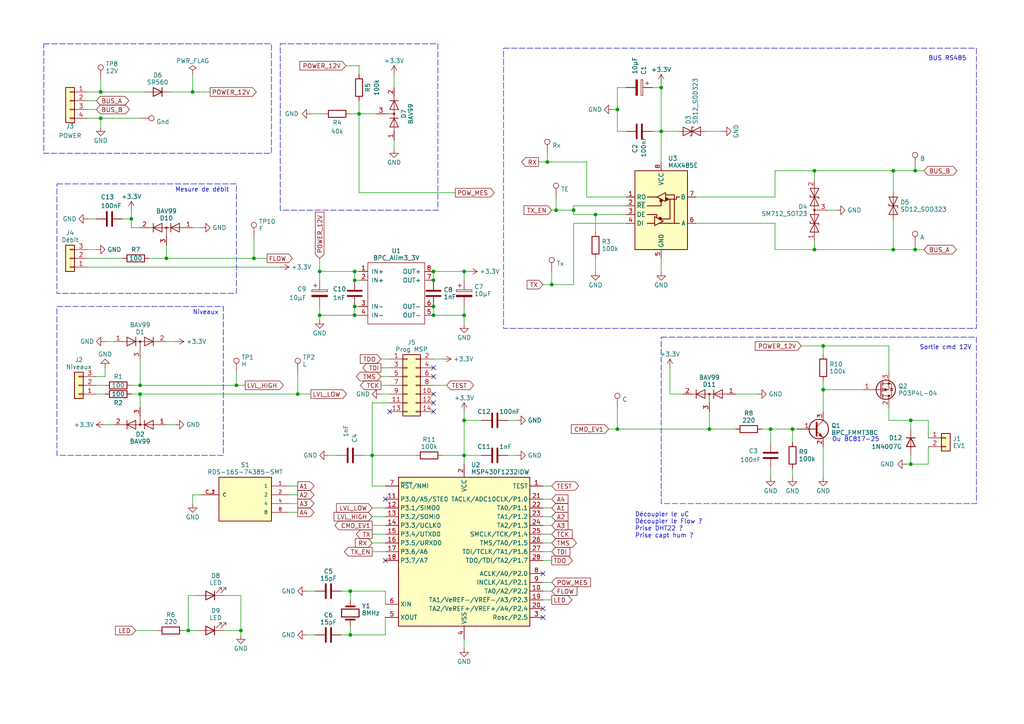
<source format=kicad_sch>
(kicad_sch (version 20230121) (generator eeschema)
  (paper "A4")
  (title_block (title "Esclave Oya MSP430") (date "2025-03-01") (rev "Rev A") (company "BPC") (comment 1 "Alim 12V - Bus RS485 - cmd EV/Pompe - Niveaux - Débit") (comment 2 "Mesure alim"))
  (junction (at 265.43 49.53))
  (junction (at 172.72 62.23))
  (junction (at 55.88 26.67))
  (junction (at 179.07 31.75))
  (junction (at 134.62 78.74))
  (junction (at 38.1 63.5))
  (junction (at 134.62 91.44))
  (junction (at 191.77 25.4))
  (junction (at 191.77 38.1))
  (junction (at 29.21 34.29))
  (junction (at 54.61 182.88))
  (junction (at 134.62 132.08))
  (junction (at 101.6 184.15))
  (junction (at 29.21 26.67))
  (junction (at 40.64 111.76))
  (junction (at 101.6 171.45))
  (junction (at 259.08 72.39))
  (junction (at 40.64 114.3))
  (junction (at 223.52 124.46))
  (junction (at 265.43 72.39))
  (junction (at 69.85 182.88))
  (junction (at 160.02 82.55))
  (junction (at 102.87 88.9))
  (junction (at 166.37 60.96))
  (junction (at 92.71 78.74))
  (junction (at 158.75 46.99))
  (junction (at 179.07 124.46))
  (junction (at 102.87 81.28))
  (junction (at 229.87 124.46))
  (junction (at 73.66 74.93))
  (junction (at 264.16 134.62))
  (junction (at 236.22 49.53))
  (junction (at 48.26 74.93))
  (junction (at 125.73 88.9))
  (junction (at 236.22 72.39))
  (junction (at 259.08 49.53))
  (junction (at 102.87 91.44))
  (junction (at 125.73 91.44))
  (junction (at 92.71 91.44))
  (junction (at 86.36 114.3))
  (junction (at 125.73 81.28))
  (junction (at 102.87 78.74))
  (junction (at 68.58 111.76))
  (junction (at 107.95 132.08))
  (junction (at 161.29 60.96))
  (junction (at 238.76 100.33))
  (junction (at 238.76 113.03))
  (junction (at 205.74 124.46))
  (junction (at 125.73 78.74))
  (junction (at 134.62 121.92))
  (junction (at 104.14 33.02))
  (junction (at 264.16 121.92))
  (no_connect (at 125.73 109.22))
  (no_connect (at 157.48 166.37))
  (no_connect (at 111.76 144.78))
  (no_connect (at 111.76 162.56))
  (no_connect (at 125.73 116.84))
  (no_connect (at 113.03 119.38))
  (no_connect (at 157.48 176.53))
  (no_connect (at 125.73 114.3))
  (no_connect (at 125.73 119.38))
  (no_connect (at 157.48 179.07))
  (no_connect (at 125.73 106.68))
  (wire (pts (xy 55.88 26.67) (xy 60.96 26.67)))
  (wire (pts (xy 157.48 162.56) (xy 160.02 162.56)))
  (wire (pts (xy 88.9 184.15) (xy 91.44 184.15)))
  (wire (pts (xy 107.95 140.97) (xy 111.76 140.97)))
  (wire (pts (xy 40.64 111.76) (xy 38.1 111.76)))
  (wire (pts (xy 54.61 172.72) (xy 57.15 172.72)))
  (wire (pts (xy 265.43 48.26) (xy 265.43 49.53)))
  (wire (pts (xy 54.61 182.88) (xy 57.15 182.88)))
  (wire (pts (xy 102.87 88.9) (xy 104.14 88.9)))
  (wire (pts (xy 35.56 63.5) (xy 38.1 63.5)))
  (wire (pts (xy 38.1 114.3) (xy 40.64 114.3)))
  (wire (pts (xy 104.14 33.02) (xy 109.22 33.02)))
  (wire (pts (xy 158.75 46.99) (xy 170.18 46.99)))
  (wire (pts (xy 25.4 77.47) (xy 81.28 77.47)))
  (wire (pts (xy 102.87 78.74) (xy 104.14 78.74)))
  (wire (pts (xy 161.29 60.96) (xy 166.37 60.96)))
  (wire (pts (xy 30.48 106.68) (xy 30.48 109.22)))
  (wire (pts (xy 179.07 31.75) (xy 179.07 25.4)))
  (wire (pts (xy 30.48 111.76) (xy 27.94 111.76)))
  (wire (pts (xy 110.49 106.68) (xy 113.03 106.68)))
  (wire (pts (xy 134.62 93.98) (xy 134.62 91.44)))
  (wire (pts (xy 134.62 121.92) (xy 139.7 121.92)))
  (wire (pts (xy 39.37 182.88) (xy 45.72 182.88)))
  (wire (pts (xy 194.31 114.3) (xy 198.12 114.3)))
  (wire (pts (xy 92.71 78.74) (xy 102.87 78.74)))
  (wire (pts (xy 55.88 66.04) (xy 58.42 66.04)))
  (wire (pts (xy 157.48 140.97) (xy 160.02 140.97)))
  (wire (pts (xy 238.76 129.54) (xy 238.76 138.43)))
  (wire (pts (xy 125.73 78.74) (xy 134.62 78.74)))
  (wire (pts (xy 25.4 26.67) (xy 29.21 26.67)))
  (wire (pts (xy 134.62 121.92) (xy 134.62 132.08)))
  (wire (pts (xy 114.3 21.59) (xy 114.3 25.4)))
  (wire (pts (xy 25.4 63.5) (xy 27.94 63.5)))
  (wire (pts (xy 104.14 55.88) (xy 132.08 55.88)))
  (wire (pts (xy 25.4 74.93) (xy 35.56 74.93)))
  (wire (pts (xy 157.48 147.32) (xy 160.02 147.32)))
  (wire (pts (xy 107.95 132.08) (xy 120.65 132.08)))
  (wire (pts (xy 157.48 144.78) (xy 160.02 144.78)))
  (wire (pts (xy 53.34 182.88) (xy 54.61 182.88)))
  (wire (pts (xy 48.26 123.19) (xy 50.8 123.19)))
  (wire (pts (xy 111.76 175.26) (xy 111.76 171.45)))
  (wire (pts (xy 191.77 38.1) (xy 196.85 38.1)))
  (wire (pts (xy 40.64 114.3) (xy 40.64 118.11)))
  (wire (pts (xy 224.79 72.39) (xy 224.79 64.77)))
  (wire (pts (xy 170.18 46.99) (xy 170.18 57.15)))
  (wire (pts (xy 29.21 36.83) (xy 29.21 34.29)))
  (wire (pts (xy 111.76 179.07) (xy 111.76 184.15)))
  (wire (pts (xy 29.21 22.86) (xy 29.21 26.67)))
  (wire (pts (xy 191.77 25.4) (xy 191.77 38.1)))
  (wire (pts (xy 238.76 100.33) (xy 238.76 102.87)))
  (wire (pts (xy 160.02 82.55) (xy 166.37 82.55)))
  (wire (pts (xy 99.06 171.45) (xy 101.6 171.45)))
  (wire (pts (xy 73.66 68.58) (xy 73.66 74.93)))
  (wire (pts (xy 265.43 72.39) (xy 267.97 72.39)))
  (wire (pts (xy 68.58 111.76) (xy 71.12 111.76)))
  (wire (pts (xy 161.29 57.15) (xy 161.29 60.96)))
  (wire (pts (xy 262.89 134.62) (xy 264.16 134.62)))
  (wire (pts (xy 189.23 38.1) (xy 191.77 38.1)))
  (wire (pts (xy 104.14 55.88) (xy 104.14 33.02)))
  (wire (pts (xy 54.61 182.88) (xy 54.61 172.72)))
  (wire (pts (xy 134.62 78.74) (xy 135.89 78.74)))
  (wire (pts (xy 125.73 88.9) (xy 125.73 91.44)))
  (wire (pts (xy 157.48 173.99) (xy 160.02 173.99)))
  (wire (pts (xy 257.81 107.95) (xy 257.81 100.33)))
  (wire (pts (xy 43.18 74.93) (xy 48.26 74.93)))
  (wire (pts (xy 259.08 72.39) (xy 265.43 72.39)))
  (wire (pts (xy 157.48 157.48) (xy 160.02 157.48)))
  (wire (pts (xy 102.87 88.9) (xy 102.87 91.44)))
  (wire (pts (xy 191.77 74.93) (xy 191.77 78.74)))
  (wire (pts (xy 104.14 29.21) (xy 104.14 33.02)))
  (wire (pts (xy 25.4 29.21) (xy 27.94 29.21)))
  (wire (pts (xy 101.6 181.61) (xy 101.6 184.15)))
  (wire (pts (xy 204.47 38.1) (xy 209.55 38.1)))
  (wire (pts (xy 88.9 171.45) (xy 91.44 171.45)))
  (wire (pts (xy 265.43 71.12) (xy 265.43 72.39)))
  (wire (pts (xy 259.08 63.5) (xy 259.08 72.39)))
  (wire (pts (xy 134.62 185.42) (xy 134.62 187.96)))
  (wire (pts (xy 181.61 38.1) (xy 179.07 38.1)))
  (wire (pts (xy 49.53 26.67) (xy 55.88 26.67)))
  (wire (pts (xy 179.07 118.11) (xy 179.07 124.46)))
  (wire (pts (xy 38.1 63.5) (xy 38.1 66.04)))
  (wire (pts (xy 110.49 111.76) (xy 113.03 111.76)))
  (wire (pts (xy 179.07 25.4) (xy 181.61 25.4)))
  (wire (pts (xy 73.66 74.93) (xy 77.47 74.93)))
  (wire (pts (xy 110.49 114.3) (xy 113.03 114.3)))
  (wire (pts (xy 157.48 171.45) (xy 160.02 171.45)))
  (wire (pts (xy 125.73 111.76) (xy 129.54 111.76)))
  (wire (pts (xy 33.02 99.06) (xy 30.48 99.06)))
  (wire (pts (xy 236.22 49.53) (xy 259.08 49.53)))
  (wire (pts (xy 223.52 135.89) (xy 223.52 138.43)))
  (wire (pts (xy 25.4 72.39) (xy 27.94 72.39)))
  (wire (pts (xy 90.17 33.02) (xy 93.98 33.02)))
  (wire (pts (xy 134.62 132.08) (xy 139.7 132.08)))
  (wire (pts (xy 160.02 78.74) (xy 160.02 82.55)))
  (wire (pts (xy 92.71 92.71) (xy 92.71 91.44)))
  (wire (pts (xy 92.71 81.28) (xy 92.71 78.74)))
  (wire (pts (xy 229.87 124.46) (xy 231.14 124.46)))
  (wire (pts (xy 27.94 114.3) (xy 30.48 114.3)))
  (wire (pts (xy 100.33 19.05) (xy 104.14 19.05)))
  (wire (pts (xy 191.77 24.13) (xy 191.77 25.4)))
  (wire (pts (xy 205.74 124.46) (xy 213.36 124.46)))
  (wire (pts (xy 269.24 127) (xy 269.24 121.92)))
  (wire (pts (xy 238.76 113.03) (xy 250.19 113.03)))
  (wire (pts (xy 48.26 71.12) (xy 48.26 74.93)))
  (wire (pts (xy 99.06 184.15) (xy 101.6 184.15)))
  (wire (pts (xy 107.95 132.08) (xy 107.95 140.97)))
  (wire (pts (xy 38.1 66.04) (xy 40.64 66.04)))
  (wire (pts (xy 269.24 129.54) (xy 269.24 134.62)))
  (wire (pts (xy 166.37 59.69) (xy 166.37 60.96)))
  (wire (pts (xy 105.41 132.08) (xy 107.95 132.08)))
  (wire (pts (xy 236.22 49.53) (xy 236.22 52.07)))
  (wire (pts (xy 86.36 114.3) (xy 90.17 114.3)))
  (wire (pts (xy 201.93 64.77) (xy 224.79 64.77)))
  (wire (pts (xy 40.64 111.76) (xy 68.58 111.76)))
  (wire (pts (xy 179.07 124.46) (xy 205.74 124.46)))
  (wire (pts (xy 107.95 160.02) (xy 111.76 160.02)))
  (wire (pts (xy 177.8 31.75) (xy 179.07 31.75)))
  (wire (pts (xy 68.58 107.95) (xy 68.58 111.76)))
  (wire (pts (xy 172.72 74.93) (xy 172.72 78.74)))
  (wire (pts (xy 229.87 135.89) (xy 229.87 138.43)))
  (wire (pts (xy 69.85 172.72) (xy 69.85 182.88)))
  (wire (pts (xy 55.88 21.59) (xy 55.88 26.67)))
  (wire (pts (xy 125.73 104.14) (xy 128.27 104.14)))
  (wire (pts (xy 201.93 57.15) (xy 224.79 57.15)))
  (wire (pts (xy 259.08 49.53) (xy 259.08 55.88)))
  (wire (pts (xy 236.22 72.39) (xy 224.79 72.39)))
  (wire (pts (xy 40.64 104.14) (xy 40.64 111.76)))
  (wire (pts (xy 166.37 62.23) (xy 172.72 62.23)))
  (wire (pts (xy 134.62 119.38) (xy 134.62 121.92)))
  (wire (pts (xy 107.95 147.32) (xy 111.76 147.32)))
  (wire (pts (xy 147.32 132.08) (xy 149.86 132.08)))
  (wire (pts (xy 259.08 49.53) (xy 265.43 49.53)))
  (wire (pts (xy 30.48 109.22) (xy 27.94 109.22)))
  (wire (pts (xy 134.62 88.9) (xy 134.62 91.44)))
  (wire (pts (xy 110.49 104.14) (xy 113.03 104.14)))
  (wire (pts (xy 157.48 160.02) (xy 160.02 160.02)))
  (wire (pts (xy 176.53 124.46) (xy 179.07 124.46)))
  (wire (pts (xy 238.76 110.49) (xy 238.76 113.03)))
  (wire (pts (xy 107.95 149.86) (xy 111.76 149.86)))
  (wire (pts (xy 25.4 31.75) (xy 27.94 31.75)))
  (wire (pts (xy 128.27 132.08) (xy 134.62 132.08)))
  (wire (pts (xy 223.52 124.46) (xy 223.52 128.27)))
  (wire (pts (xy 264.16 121.92) (xy 264.16 124.46)))
  (wire (pts (xy 40.64 114.3) (xy 86.36 114.3)))
  (wire (pts (xy 30.48 123.19) (xy 33.02 123.19)))
  (wire (pts (xy 224.79 57.15) (xy 224.79 49.53)))
  (wire (pts (xy 213.36 114.3) (xy 219.71 114.3)))
  (wire (pts (xy 157.48 154.94) (xy 160.02 154.94)))
  (wire (pts (xy 166.37 59.69) (xy 181.61 59.69)))
  (wire (pts (xy 160.02 60.96) (xy 161.29 60.96)))
  (wire (pts (xy 102.87 91.44) (xy 104.14 91.44)))
  (wire (pts (xy 240.03 60.96) (xy 242.57 60.96)))
  (wire (pts (xy 50.8 99.06) (xy 48.26 99.06)))
  (wire (pts (xy 92.71 91.44) (xy 92.71 88.9)))
  (wire (pts (xy 166.37 64.77) (xy 181.61 64.77)))
  (wire (pts (xy 107.95 154.94) (xy 111.76 154.94)))
  (wire (pts (xy 147.32 121.92) (xy 149.86 121.92)))
  (wire (pts (xy 224.79 49.53) (xy 236.22 49.53)))
  (wire (pts (xy 189.23 25.4) (xy 191.77 25.4)))
  (wire (pts (xy 194.31 106.68) (xy 194.31 114.3)))
  (wire (pts (xy 229.87 124.46) (xy 229.87 128.27)))
  (wire (pts (xy 157.48 149.86) (xy 160.02 149.86)))
  (wire (pts (xy 238.76 100.33) (xy 257.81 100.33)))
  (wire (pts (xy 157.48 168.91) (xy 160.02 168.91)))
  (wire (pts (xy 265.43 49.53) (xy 267.97 49.53)))
  (wire (pts (xy 257.81 118.11) (xy 257.81 121.92)))
  (wire (pts (xy 264.16 132.08) (xy 264.16 134.62)))
  (wire (pts (xy 58.42 143.51) (xy 55.88 143.51)))
  (wire (pts (xy 156.21 46.99) (xy 158.75 46.99)))
  (wire (pts (xy 55.88 143.51) (xy 55.88 146.05)))
  (wire (pts (xy 172.72 62.23) (xy 181.61 62.23)))
  (wire (pts (xy 114.3 40.64) (xy 114.3 43.18)))
  (wire (pts (xy 83.82 146.05) (xy 86.36 146.05)))
  (wire (pts (xy 64.77 182.88) (xy 69.85 182.88)))
  (wire (pts (xy 104.14 19.05) (xy 104.14 21.59)))
  (wire (pts (xy 38.1 60.96) (xy 38.1 63.5)))
  (wire (pts (xy 158.75 44.45) (xy 158.75 46.99)))
  (wire (pts (xy 125.73 78.74) (xy 125.73 81.28)))
  (wire (pts (xy 92.71 74.93) (xy 92.71 78.74)))
  (wire (pts (xy 269.24 121.92) (xy 264.16 121.92)))
  (wire (pts (xy 172.72 62.23) (xy 172.72 67.31)))
  (wire (pts (xy 83.82 140.97) (xy 86.36 140.97)))
  (wire (pts (xy 83.82 148.59) (xy 86.36 148.59)))
  (wire (pts (xy 264.16 121.92) (xy 257.81 121.92)))
  (wire (pts (xy 264.16 134.62) (xy 269.24 134.62)))
  (wire (pts (xy 125.73 91.44) (xy 134.62 91.44)))
  (wire (pts (xy 29.21 26.67) (xy 41.91 26.67)))
  (wire (pts (xy 29.21 34.29) (xy 25.4 34.29)))
  (wire (pts (xy 107.95 116.84) (xy 107.95 132.08)))
  (wire (pts (xy 110.49 109.22) (xy 113.03 109.22)))
  (wire (pts (xy 64.77 172.72) (xy 69.85 172.72)))
  (wire (pts (xy 107.95 116.84) (xy 113.03 116.84)))
  (wire (pts (xy 86.36 107.95) (xy 86.36 114.3)))
  (wire (pts (xy 223.52 124.46) (xy 229.87 124.46)))
  (wire (pts (xy 69.85 182.88) (xy 69.85 184.15)))
  (wire (pts (xy 102.87 78.74) (xy 102.87 81.28)))
  (wire (pts (xy 157.48 82.55) (xy 160.02 82.55)))
  (wire (pts (xy 83.82 143.51) (xy 86.36 143.51)))
  (wire (pts (xy 166.37 60.96) (xy 166.37 62.23)))
  (wire (pts (xy 191.77 38.1) (xy 191.77 46.99)))
  (wire (pts (xy 95.25 132.08) (xy 97.79 132.08)))
  (wire (pts (xy 166.37 82.55) (xy 166.37 64.77)))
  (wire (pts (xy 134.62 78.74) (xy 134.62 81.28)))
  (wire (pts (xy 101.6 171.45) (xy 101.6 173.99)))
  (wire (pts (xy 107.95 157.48) (xy 111.76 157.48)))
  (wire (pts (xy 238.76 113.03) (xy 238.76 119.38)))
  (wire (pts (xy 92.71 91.44) (xy 102.87 91.44)))
  (wire (pts (xy 48.26 74.93) (xy 73.66 74.93)))
  (wire (pts (xy 179.07 38.1) (xy 179.07 31.75)))
  (wire (pts (xy 134.62 132.08) (xy 134.62 134.62)))
  (wire (pts (xy 40.64 34.29) (xy 29.21 34.29)))
  (wire (pts (xy 205.74 119.38) (xy 205.74 124.46)))
  (wire (pts (xy 236.22 69.85) (xy 236.22 72.39)))
  (wire (pts (xy 232.41 100.33) (xy 238.76 100.33)))
  (wire (pts (xy 102.87 81.28) (xy 104.14 81.28)))
  (wire (pts (xy 181.61 57.15) (xy 170.18 57.15)))
  (wire (pts (xy 101.6 33.02) (xy 104.14 33.02)))
  (wire (pts (xy 111.76 171.45) (xy 101.6 171.45)))
  (wire (pts (xy 157.48 152.4) (xy 160.02 152.4)))
  (wire (pts (xy 236.22 72.39) (xy 259.08 72.39)))
  (wire (pts (xy 107.95 152.4) (xy 111.76 152.4)))
  (wire (pts (xy 101.6 184.15) (xy 111.76 184.15)))
  (wire (pts (xy 220.98 124.46) (xy 223.52 124.46)))
  (rectangle (start 191.77 97.79) (end 283.21 146.05) (stroke (width 0) (type dash)))
  (rectangle (start 16.51 88.9) (end 64.77 132.08) (stroke (width 0) (type dash)))
  (rectangle (start 146.05 13.97) (end 283.21 95.25) (stroke (width 0) (type dash)))
  (rectangle (start 12.7 12.7) (end 78.74 44.45) (stroke (width 0) (type dash)))
  (rectangle (start 81.28 12.7) (end 127 60.96) (stroke (width 0) (type dash)))
  (rectangle (start 16.51 53.34) (end 68.58 85.09) (stroke (width 0) (type dash)))
  (text "BUS RS485" (at 269.24 17.78 0) (effects (font (size 1.27 1.27)) (justify left bottom)))
  (text "Sortie cmd 12V" (at 266.7 101.6 0) (effects (font (size 1.27 1.27)) (justify left bottom)))
  (text "Mesure de débit" (at 50.8 55.88 0) (effects (font (size 1.27 1.27)) (justify left bottom)))
  (text "Ou BC817-25" (at 241.3 128.27 0) (effects (font (size 1.27 1.27)) (justify left bottom)))
  (text "Niveaux" (at 55.88 91.44 0) (effects (font (size 1.27 1.27)) (justify left bottom)))
  (text "Découpler le uC\nDécoupler le Flow ?\nPrise DHT22 ?\nPrise capt hum ?" (at 184.15 156.21 0) (effects (font (size 1.27 1.27)) (justify left bottom)))
  (global_label "LED" (shape output) (at 160.02 173.99 0) (property "Intersheetrefs" "${INTERSHEET_REFS}" (effects hide)))
  (global_label "FLOW" (shape output) (at 77.47 74.93 0) (property "Intersheetrefs" "${INTERSHEET_REFS}" (effects hide)))
  (global_label "A1" (shape output) (at 86.36 140.97 0) (property "Intersheetrefs" "${INTERSHEET_REFS}" (effects hide)))
  (global_label "BUS_B" (shape tri_state) (at 27.94 31.75 0) (property "Intersheetrefs" "${INTERSHEET_REFS}" (effects hide)))
  (global_label "BUS_B" (shape tri_state) (at 267.97 49.53 0) (property "Intersheetrefs" "${INTERSHEET_REFS}" (effects hide)))
  (global_label "POWER_12V" (shape input) (at 100.33 19.05 180) (property "Intersheetrefs" "${INTERSHEET_REFS}" (effects hide)))
  (global_label "FLOW" (shape input) (at 160.02 171.45 0) (property "Intersheetrefs" "${INTERSHEET_REFS}" (effects hide)))
  (global_label "LVL_LOW" (shape input) (at 107.95 147.32 180) (property "Intersheetrefs" "${INTERSHEET_REFS}" (effects hide)))
  (global_label "CMD_EV1" (shape input) (at 176.53 124.46 180) (property "Intersheetrefs" "${INTERSHEET_REFS}" (effects hide)))
  (global_label "BUS_A" (shape tri_state) (at 267.97 72.39 0) (property "Intersheetrefs" "${INTERSHEET_REFS}" (effects hide)))
  (global_label "TX_EN" (shape output) (at 107.95 160.02 180) (property "Intersheetrefs" "${INTERSHEET_REFS}" (effects hide)))
  (global_label "A2" (shape output) (at 86.36 143.51 0) (property "Intersheetrefs" "${INTERSHEET_REFS}" (effects hide)))
  (global_label "TDO" (shape input) (at 110.49 104.14 180) (property "Intersheetrefs" "${INTERSHEET_REFS}" (effects hide)))
  (global_label "TMS" (shape bidirectional) (at 110.49 109.22 180) (property "Intersheetrefs" "${INTERSHEET_REFS}" (effects hide)))
  (global_label "TDI" (shape output) (at 110.49 106.68 180) (property "Intersheetrefs" "${INTERSHEET_REFS}" (effects hide)))
  (global_label "A3" (shape input) (at 160.02 152.4 0) (property "Intersheetrefs" "${INTERSHEET_REFS}" (effects hide)))
  (global_label "TEST" (shape bidirectional) (at 160.02 140.97 0) (property "Intersheetrefs" "${INTERSHEET_REFS}" (effects hide)))
  (global_label "POW_MES" (shape output) (at 132.08 55.88 0) (property "Intersheetrefs" "${INTERSHEET_REFS}" (effects hide)))
  (global_label "TCK" (shape output) (at 110.49 111.76 180) (property "Intersheetrefs" "${INTERSHEET_REFS}" (effects hide)))
  (global_label "LVL_HIGH" (shape input) (at 107.95 149.86 180) (property "Intersheetrefs" "${INTERSHEET_REFS}" (effects hide)))
  (global_label "BUS_A" (shape tri_state) (at 27.94 29.21 0) (property "Intersheetrefs" "${INTERSHEET_REFS}" (effects hide)))
  (global_label "POWER_12V" (shape input) (at 92.71 74.93 90) (property "Intersheetrefs" "${INTERSHEET_REFS}" (effects hide)))
  (global_label "TMS" (shape bidirectional) (at 160.02 157.48 0) (property "Intersheetrefs" "${INTERSHEET_REFS}" (effects hide)))
  (global_label "TDI" (shape input) (at 160.02 160.02 0) (property "Intersheetrefs" "${INTERSHEET_REFS}" (effects hide)))
  (global_label "TEST" (shape bidirectional) (at 129.54 111.76 0) (property "Intersheetrefs" "${INTERSHEET_REFS}" (effects hide)))
  (global_label "RX" (shape output) (at 156.21 46.99 180) (property "Intersheetrefs" "${INTERSHEET_REFS}" (effects hide)))
  (global_label "POW_MES" (shape input) (at 160.02 168.91 0) (property "Intersheetrefs" "${INTERSHEET_REFS}" (effects hide)))
  (global_label "TX" (shape output) (at 107.95 154.94 180) (property "Intersheetrefs" "${INTERSHEET_REFS}" (effects hide)))
  (global_label "TDO" (shape output) (at 160.02 162.56 0) (property "Intersheetrefs" "${INTERSHEET_REFS}" (effects hide)))
  (global_label "A1" (shape input) (at 160.02 147.32 0) (property "Intersheetrefs" "${INTERSHEET_REFS}" (effects hide)))
  (global_label "POWER_12V" (shape output) (at 60.96 26.67 0) (property "Intersheetrefs" "${INTERSHEET_REFS}" (effects hide)))
  (global_label "A2" (shape input) (at 160.02 149.86 0) (property "Intersheetrefs" "${INTERSHEET_REFS}" (effects hide)))
  (global_label "RX" (shape input) (at 107.95 157.48 180) (property "Intersheetrefs" "${INTERSHEET_REFS}" (effects hide)))
  (global_label "LVL_LOW" (shape output) (at 90.17 114.3 0) (property "Intersheetrefs" "${INTERSHEET_REFS}" (effects hide)))
  (global_label "TX_EN" (shape input) (at 160.02 60.96 180) (property "Intersheetrefs" "${INTERSHEET_REFS}" (effects hide)))
  (global_label "TX" (shape input) (at 157.48 82.55 180) (property "Intersheetrefs" "${INTERSHEET_REFS}" (effects hide)))
  (global_label "CMD_EV1" (shape output) (at 107.95 152.4 180) (property "Intersheetrefs" "${INTERSHEET_REFS}" (effects hide)))
  (global_label "LED" (shape input) (at 39.37 182.88 180) (property "Intersheetrefs" "${INTERSHEET_REFS}" (effects hide)))
  (global_label "A3" (shape output) (at 86.36 146.05 0) (property "Intersheetrefs" "${INTERSHEET_REFS}" (effects hide)))
  (global_label "A4" (shape input) (at 160.02 144.78 0) (property "Intersheetrefs" "${INTERSHEET_REFS}" (effects hide)))
  (global_label "TCK" (shape input) (at 160.02 154.94 0) (property "Intersheetrefs" "${INTERSHEET_REFS}" (effects hide)))
  (global_label "A4" (shape output) (at 86.36 148.59 0) (property "Intersheetrefs" "${INTERSHEET_REFS}" (effects hide)))
  (global_label "POWER_12V" (shape input) (at 232.41 100.33 180) (property "Intersheetrefs" "${INTERSHEET_REFS}" (effects hide)))
  (global_label "LVL_HIGH" (shape output) (at 71.12 111.76 0) (property "Intersheetrefs" "${INTERSHEET_REFS}" (effects hide)))
  (symbol (lib_id "Diode:BAV99") (at 205.74 114.3 0) (mirror y) (unit 1)
    (property "Reference" "D11" (at 205.74 111.5234 0))
    (property "Value" "BAV99" (at 205.74 109.4754 0))
    (property "Footprint" "Package_TO_SOT_SMD:SOT-23" (effects hide))
    (property "Datasheet" "https://assets.nexperia.com/documents/data-sheet/BAV99_SER.pdf" (effects hide))
    (property "RefFabricant" "BAV99" (effects hide))
    (property "RefFournisseur" "2675152" (effects hide))
    (property "Fabricant" "MULTICOMP PRO" (effects hide))
    (property "Fournisseur" "Farnell" (effects hide))
    (property "Description" "Diodes signaux faibles" (effects hide))
    (property "Price" "0,0994" (effects hide))
  )
  (symbol (lib_id "bpc:BPC_PROG_MSP") (at 118.11 111.76 0) (unit 1)
    (property "Reference" "J5" (at 119.38 99.29 0))
    (property "Value" "Prog MSP" (at 119.38 101.338 0))
    (property "Footprint" "bpc:BPC_PROG_MSP" (effects hide))
  )
  (symbol (lib_id "bpc:BPC_RDS-16S-74385-SMT") (at 71.12 143.51 0) (unit 1)
    (property "Reference" "S1" (at 71.12 134.85 0))
    (property "Value" "RDS-16S-74385-SMT" (at 71.12 136.898 0))
    (property "Footprint" "bpc:BPC_RDS-16S-74385-SMT" (effects hide))
    (property "MF" "CUI Devices" (effects hide))
    (property "MAXIMUM_PACKAGE_HEIGHT" "8.35mm" (effects hide))
    (property "Package" "None" (effects hide))
    (property "Price" "2,76" (effects hide))
    (property "Check_prices" "https://www.snapeda.com/parts/RDS-16S-74385-SMT/CUI+Devices/view-part/?ref=eda" (effects hide))
    (property "STANDARD" "Manufacturer Recommendations" (effects hide))
    (property "PARTREV" "1.0" (effects hide))
    (property "SnapEDA_Link" "https://www.snapeda.com/parts/RDS-16S-74385-SMT/CUI+Devices/view-part/?ref=snap" (effects hide))
    (property "MP" "RDS-16S-74385-SMT" (effects hide))
    (property "Description" "Switch rotatif 16 positions" (effects hide))
    (property "CUI_purchase_URL" "https://www.cuidevices.com/product/switches/dip-switches/rds-16s-74385-smt?utm_source=snapeda.com&utm_medium=referral&utm_campaign=snapedaBOM" (effects hide))
    (property "Availability" "In Stock" (effects hide))
    (property "MANUFACTURER" "CUI Devices" (effects hide))
    (property "RefFabricant" "RDS-16S-74385-SMT-TR" (effects hide))
    (property "Fabricant" "CUI Devices" (effects hide))
    (property "Purchase-URL" "https://www.digikey.at/en/products/detail/cui-devices/RDS-16S-74385-SMT-TR/13530571" (effects hide))
    (property "Fournisseur" "Digikey" (effects hide))
  )
  (symbol (lib_id "power:GND") (at 69.85 184.15 0) (unit 1)
    (property "Reference" "#PWR017" (effects hide))
    (property "Value" "GND" (at 69.85 188.095 0))
  )
  (symbol (lib_id "bpc:BPC_FMMT38C") (at 236.22 124.46 0) (unit 1)
    (property "Reference" "Q1" (at 241.0714 123.436 0) (effects (justify left)))
    (property "Value" "BPC_FMMT38C" (at 241.0714 125.484 0) (effects (justify left)))
    (property "Footprint" "bpc:BPC_SOT-23-3" (effects hide))
    (property "RefFabricant" "FMMT38C" (effects hide))
    (property "RefFournisseur" "9526315" (effects hide))
    (property "Fabricant" "DIODES" (effects hide))
    (property "Fournisseur" "Farnell" (effects hide))
    (property "Description" "Transistor NPN" (effects hide))
    (property "Price" "1,1844" (effects hide))
  )
  (symbol (lib_id "power:GND") (at 229.87 138.43 0) (unit 1)
    (property "Reference" "#PWR030" (effects hide))
    (property "Value" "GND" (at 229.87 142.375 0))
  )
  (symbol (lib_id "Device:R") (at 104.14 25.4 180) (unit 1)
    (property "Reference" "R5" (at 106.68 25.4 90))
    (property "Value" "100k" (at 109.22 25.4 90))
    (property "Footprint" "Resistor_SMD:R_0805_2012Metric_Pad1.20x1.40mm_HandSolder" (effects hide))
    (property "RefFabricant" "MCHVR05JTEW1003" (effects hide))
    (property "RefFournisseur" "2826073" (effects hide))
    (property "Fabricant" "MULTICOMP PRO" (effects hide))
    (property "Fournisseur" "Farnell" (effects hide))
    (property "Description" "Résistance 100 kOhms" (effects hide))
    (property "Price" "0,0522" (effects hide))
  )
  (symbol (lib_id "Device:LED") (at 60.96 182.88 180) (unit 1)
    (property "Reference" "D9" (at 62.5475 177.141 0))
    (property "Value" "LED" (at 62.5475 179.189 0))
    (property "Footprint" "LED_SMD:LED_0805_2012Metric_Pad1.15x1.40mm_HandSolder" (effects hide))
    (property "RefFabricant" "SML-D14VWT86C" (effects hide))
    (property "RefFournisseur" "2829438" (effects hide))
    (property "Fabricant" "ROHM" (effects hide))
    (property "Fournisseur" "Farnell" (effects hide))
    (property "Description" "LED rouge 805" (effects hide))
    (property "Price" "0,4992" (effects hide))
  )
  (symbol (lib_id "Device:C") (at 223.52 132.08 0) (unit 1)
    (property "Reference" "C3" (at 217.17 130.81 0) (effects (justify left)))
    (property "Value" "100nF" (at 214.63 133.35 0) (effects (justify left)))
    (property "Footprint" "Capacitor_SMD:C_0805_2012Metric" (effects hide))
    (property "RefFabricant" "C0603C104K1RACTU" (effects hide))
    (property "RefFournisseur" "4199453" (effects hide))
    (property "Fabricant" "KEMET" (effects hide))
    (property "Fournisseur" "Farnell" (effects hide))
    (property "Description" "Condensateur céramique 100nF" (effects hide))
    (property "Price" "0,42" (effects hide))
  )
  (symbol (lib_id "Connector:TestPoint") (at 73.66 68.58 0) (unit 1)
    (property "Reference" "TP10" (at 75.057 64.254 0) (effects (justify left)))
    (property "Value" "F" (at 75.057 66.302 0) (effects (justify left)))
    (property "Footprint" "TestPoint:TestPoint_Pad_D1.0mm" (effects hide))
    (property "Price" "0" (effects hide))
  )
  (symbol (lib_id "bpc:BPC_Alim3_3V") (at 106.68 78.74 0) (unit 1)
    (property "Reference" "U1" (at 114.935 72.747 0))
    (property "Value" "BPC_Alim3_3V" (at 114.935 74.795 0))
    (property "Footprint" "bpc:BPC_Alim3_3V" (effects hide))
  )
  (symbol (lib_id "power:GND") (at 114.3 43.18 0) (unit 1)
    (property "Reference" "#PWR016" (effects hide))
    (property "Value" "GND" (at 114.3 47.125 0))
  )
  (symbol (lib_id "Diode:BAV99") (at 48.26 66.04 0) (mirror y) (unit 1)
    (property "Reference" "D10" (at 48.26 63.2634 0))
    (property "Value" "BAV99" (at 48.26 61.2154 0))
    (property "Footprint" "Package_TO_SOT_SMD:SOT-23" (effects hide))
    (property "Datasheet" "https://assets.nexperia.com/documents/data-sheet/BAV99_SER.pdf" (effects hide))
    (property "RefFabricant" "BAV99" (effects hide))
    (property "RefFournisseur" "2675152" (effects hide))
    (property "Fabricant" "MULTICOMP PRO" (effects hide))
    (property "Fournisseur" "Farnell" (effects hide))
    (property "Description" "Diodes signaux faibles" (effects hide))
    (property "Price" "0,0994" (effects hide))
  )
  (symbol (lib_id "power:PWR_FLAG") (at 55.88 21.59 0) (unit 1)
    (property "Reference" "#FLG02" (effects hide))
    (property "Value" "PWR_FLAG" (at 55.88 17.645 0))
  )
  (symbol (lib_id "power:GND") (at 29.21 36.83 0) (unit 1)
    (property "Reference" "#PWR013" (effects hide))
    (property "Value" "GND" (at 29.21 40.775 0))
  )
  (symbol (lib_id "Device:R") (at 238.76 106.68 0) (unit 1)
    (property "Reference" "R10" (at 240.538 105.656 0) (effects (justify left)))
    (property "Value" "100k" (at 240.538 107.704 0) (effects (justify left)))
    (property "Footprint" "Resistor_SMD:R_0805_2012Metric_Pad1.20x1.40mm_HandSolder" (effects hide))
    (property "RefFabricant" "MCHVR05JTEW1003" (effects hide))
    (property "RefFournisseur" "2826073" (effects hide))
    (property "Fabricant" "MULTICOMP PRO" (effects hide))
    (property "Fournisseur" "Farnell" (effects hide))
    (property "Description" "Résistance 100 kOhms" (effects hide))
    (property "Price" "0,0522" (effects hide))
  )
  (symbol (lib_id "power:GND") (at 238.76 138.43 0) (unit 1)
    (property "Reference" "#PWR031" (effects hide))
    (property "Value" "GND" (at 238.76 142.375 0))
  )
  (symbol (lib_id "power:GND") (at 242.57 60.96 90) (unit 1)
    (property "Reference" "#PWR012" (effects hide))
    (property "Value" "GND" (at 245.745 60.96 90) (effects (justify right)))
  )
  (symbol (lib_id "Device:C") (at 143.51 121.92 270) (unit 1)
    (property "Reference" "C12" (at 138.43 119.38 90) (effects (justify left)))
    (property "Value" "100nF" (at 144.78 119.38 90) (effects (justify left)))
    (property "Footprint" "Capacitor_SMD:C_0805_2012Metric" (effects hide))
    (property "RefFabricant" "C0603C104K1RACTU" (effects hide))
    (property "RefFournisseur" "4199453" (effects hide))
    (property "Fabricant" "KEMET" (effects hide))
    (property "Fournisseur" "Farnell" (effects hide))
    (property "Description" "Condensateur céramique 100nF" (effects hide))
    (property "Price" "0,42" (effects hide))
  )
  (symbol (lib_id "Device:D") (at 45.72 26.67 180) (unit 1)
    (property "Reference" "D6" (at 45.72 21.82 0))
    (property "Value" "SR560" (at 45.72 23.868 0))
    (property "Footprint" "Diode_THT:D_DO-15_P12.70mm_Horizontal" (effects hide))
    (property "Sim.Device" "D" (effects hide))
    (property "Sim.Pins" "1=K 2=A" (effects hide))
    (property "RefFabricant" "SR560" (effects hide))
    (property "RefFournisseur" "2675411" (effects hide))
    (property "Fabricant" "MULTICOMP PRO" (effects hide))
    (property "Fournisseur" "Farnell" (effects hide))
    (property "Description" "Diode de redressement SR560" (effects hide))
    (property "Price" "0,5844" (effects hide))
  )
  (symbol (lib_id "power:GND") (at 177.8 31.75 270) (unit 1)
    (property "Reference" "#PWR07" (effects hide))
    (property "Value" "GND" (at 174.6251 31.75 90) (effects (justify right)))
  )
  (symbol (lib_id "Diode:BAV99") (at 40.64 123.19 180) (unit 1)
    (property "Reference" "D2" (at 40.64 125.9666 0))
    (property "Value" "BAV99" (at 40.64 128.0146 0))
    (property "Footprint" "Package_TO_SOT_SMD:SOT-23" (effects hide))
    (property "Datasheet" "https://assets.nexperia.com/documents/data-sheet/BAV99_SER.pdf" (effects hide))
    (property "RefFabricant" "BAV99" (effects hide))
    (property "RefFournisseur" "2675152" (effects hide))
    (property "Fabricant" "MULTICOMP PRO" (effects hide))
    (property "Fournisseur" "Farnell" (effects hide))
    (property "Description" "Diodes signaux faibles" (effects hide))
    (property "Price" "0,0994" (effects hide))
  )
  (symbol (lib_id "power:GND") (at 262.89 134.62 270) (unit 1)
    (property "Reference" "#PWR032" (effects hide))
    (property "Value" "GND" (at 255.27 134.62 90) (effects (justify left)))
  )
  (symbol (lib_id "power:GND") (at 110.49 114.3 270) (unit 1)
    (property "Reference" "#PWR034" (effects hide))
    (property "Value" "GND" (at 107.3151 114.3 90) (effects (justify right)))
  )
  (symbol (lib_id "Device:C") (at 125.73 85.09 0) (unit 1)
    (property "Reference" "C8" (at 128.651 84.066 0) (effects (justify left)))
    (property "Value" "1nF" (at 128.651 86.114 0) (effects (justify left)))
    (property "Footprint" "Capacitor_SMD:C_0603_1608Metric" (effects hide))
    (property "RefFabricant" "C0603X102J5GACAUTO" (effects hide))
    (property "RefFournisseur" "2219417" (effects hide))
    (property "Fabricant" "KEMET" (effects hide))
    (property "Fournisseur" "Farnell" (effects hide))
    (property "Description" "Condensateur céramique 1nF" (effects hide))
    (property "Price" "0,42" (effects hide))
  )
  (symbol (lib_id "power:+3.3V") (at 50.8 99.06 270) (unit 1)
    (property "Reference" "#PWR04" (effects hide))
    (property "Value" "+3.3V" (at 53.975 99.06 90) (effects (justify left)))
  )
  (symbol (lib_id "power:GND") (at 50.8 123.19 90) (unit 1)
    (property "Reference" "#PWR05" (effects hide))
    (property "Value" "GND" (at 53.975 123.19 90) (effects (justify right)))
  )
  (symbol (lib_id "Diode:SD12_SOD323") (at 259.08 59.69 90) (unit 1)
    (property "Reference" "D5" (at 261.0866 58.666 90) (effects (justify right)))
    (property "Value" "SD12_SOD323" (at 261.0866 60.714 90) (effects (justify right)))
    (property "Footprint" "Diode_SMD:D_SOD-323" (effects hide))
    (property "Datasheet" "https://www.littelfuse.com/~/media/electronics/datasheets/tvs_diode_arrays/littelfuse_tvs_diode_array_sd_c_datasheet.pdf.pdf" (effects hide))
    (property "RefFabricant" "SD12-7" (effects hide))
    (property "RefFournisseur" "3945781RL" (effects hide))
    (property "Fabricant" "DIODES INC" (effects hide))
    (property "Fournisseur" "Farnell" (effects hide))
    (property "Description" "Diodes TVS simples" (effects hide))
    (property "Price" "0,1272" (effects hide))
  )
  (symbol (lib_id "Device:R") (at 34.29 114.3 90) (unit 1)
    (property "Reference" "R2" (at 34.29 116.84 90))
    (property "Value" "100" (at 34.29 114.3 90))
    (property "Footprint" "Resistor_SMD:R_0805_2012Metric_Pad1.20x1.40mm_HandSolder" (effects hide))
    (property "RefFabricant" "CRCW0805100RFKTA" (effects hide))
    (property "RefFournisseur" "1652906" (effects hide))
    (property "Fabricant" "VISHAY" (effects hide))
    (property "Fournisseur" "Farnell" (effects hide))
    (property "Description" "Résistance 100 Ohms" (effects hide))
    (property "Price" "0,0522" (effects hide))
  )
  (symbol (lib_id "power:GND") (at 149.86 121.92 90) (unit 1)
    (property "Reference" "#PWR036" (effects hide))
    (property "Value" "GND" (at 153.035 121.92 90) (effects (justify right)))
  )
  (symbol (lib_id "power:GND") (at 25.4 63.5 270) (unit 1)
    (property "Reference" "#PWR040" (effects hide))
    (property "Value" "GND" (at 22.2251 63.5 90) (effects (justify right)))
  )
  (symbol (lib_id "power:+3.3V") (at 30.48 123.19 90) (unit 1)
    (property "Reference" "#PWR03" (effects hide))
    (property "Value" "+3.3V" (at 27.305 123.19 90) (effects (justify left)))
  )
  (symbol (lib_id "power:GND") (at 27.94 72.39 90) (unit 1)
    (property "Reference" "#PWR019" (effects hide))
    (property "Value" "GND" (at 31.115 72.39 90) (effects (justify right)))
  )
  (symbol (lib_id "Device:R") (at 39.37 74.93 90) (unit 1)
    (property "Reference" "R7" (at 39.37 72.39 90))
    (property "Value" "100" (at 39.37 74.93 90))
    (property "Footprint" "Resistor_SMD:R_0805_2012Metric_Pad1.20x1.40mm_HandSolder" (effects hide))
    (property "RefFabricant" "CRCW0805100RFKTA" (effects hide))
    (property "RefFournisseur" "1652906" (effects hide))
    (property "Fabricant" "VISHAY" (effects hide))
    (property "Fournisseur" "Farnell" (effects hide))
    (property "Description" "Résistance 100 Ohms" (effects hide))
    (property "Price" "0,0522" (effects hide))
  )
  (symbol (lib_id "Device:D") (at 264.16 128.27 270) (unit 1)
    (property "Reference" "D12" (at 257.81 127 90) (effects (justify left)))
    (property "Value" "1N4007G" (at 252.73 129.54 90) (effects (justify left)))
    (property "Footprint" "Diode_THT:D_A-405_P5.08mm_Vertical_KathodeUp" (effects hide))
    (property "Sim.Device" "D" (effects hide))
    (property "Sim.Pins" "1=K 2=A" (effects hide))
    (property "RefFabricant" "1N4007G" (effects hide))
    (property "RefFournisseur" "2675047" (effects hide))
    (property "Fabricant" "MULTICOMP PRO" (effects hide))
    (property "Fournisseur" "Farnell" (effects hide))
    (property "Description" "Diode de redressement" (effects hide))
    (property "Price" "0,1272" (effects hide))
  )
  (symbol (lib_id "Connector:TestPoint") (at 160.02 78.74 0) (unit 1)
    (property "Reference" "TP4" (effects hide))
    (property "Value" "Tx" (at 161.417 76.462 0) (effects (justify left)))
    (property "Footprint" "TestPoint:TestPoint_Pad_D1.0mm" (effects hide))
    (property "Price" "0" (effects hide))
  )
  (symbol (lib_id "power:GND") (at 134.62 93.98 0) (unit 1)
    (property "Reference" "#PWR024" (effects hide))
    (property "Value" "GND" (at 134.62 97.925 0))
  )
  (symbol (lib_id "power:GND") (at 172.72 78.74 0) (unit 1)
    (property "Reference" "#PWR06" (effects hide))
    (property "Value" "GND" (at 172.72 82.685 0))
  )
  (symbol (lib_id "power:GND") (at 209.55 38.1 90) (unit 1)
    (property "Reference" "#PWR010" (effects hide))
    (property "Value" "GND" (at 213.495 38.1 0))
  )
  (symbol (lib_id "power:GND") (at 219.71 114.3 90) (unit 1)
    (property "Reference" "#PWR028" (effects hide))
    (property "Value" "GND" (at 222.885 114.3 90) (effects (justify right)))
  )
  (symbol (lib_id "power:GND") (at 191.77 78.74 0) (unit 1)
    (property "Reference" "#PWR09" (effects hide))
    (property "Value" "GND" (at 191.77 82.685 0))
  )
  (symbol (lib_id "power:GND") (at 88.9 184.15 270) (unit 1)
    (property "Reference" "#PWR011" (effects hide))
    (property "Value" "GND" (at 85.7251 184.15 90) (effects (justify right)))
  )
  (symbol (lib_id "bpc:P03P4L-04") (at 255.27 113.03 0) (unit 1)
    (property "Reference" "Q2" (at 260.477 112.006 0) (effects (justify left)))
    (property "Value" "P03P4L-04" (at 260.477 114.054 0) (effects (justify left)))
    (property "Footprint" "Package_TO_SOT_THT:TO-220-3_Vertical" (effects hide))
    (property "RefFabricant" "IPP80P03P4L04AKSA1" (effects hide))
    (property "RefFournisseur" "823-5554P" (effects hide))
    (property "Fabricant" "INFINEON TECHNOLOGIES" (effects hide))
    (property "Description" "MOS type P" (effects hide))
    (property "Fournisseur" "Radiospares" (effects hide))
    (property "Price" "2,707" (effects hide))
  )
  (symbol (lib_id "Device:R") (at 34.29 111.76 90) (unit 1)
    (property "Reference" "R1" (at 34.29 109.22 90))
    (property "Value" "100" (at 34.29 111.76 90))
    (property "Footprint" "Resistor_SMD:R_0805_2012Metric_Pad1.20x1.40mm_HandSolder" (effects hide))
    (property "RefFabricant" "CRCW0805100RFKTA" (effects hide))
    (property "RefFournisseur" "1652906" (effects hide))
    (property "Fabricant" "VISHAY" (effects hide))
    (property "Fournisseur" "Farnell" (effects hide))
    (property "Description" "Résistance 100 Ohms" (effects hide))
    (property "Price" "0,0522" (effects hide))
  )
  (symbol (lib_id "Device:R") (at 49.53 182.88 90) (unit 1)
    (property "Reference" "R6" (at 49.53 178.284 90))
    (property "Value" "220" (at 49.53 180.332 90))
    (property "Footprint" "Resistor_SMD:R_0805_2012Metric_Pad1.20x1.40mm_HandSolder" (effects hide))
    (property "RefFabricant" "MCMR06X224 JTL" (effects hide))
    (property "RefFournisseur" "2073437" (effects hide))
    (property "Fabricant" "MULTICOMP PRO" (effects hide))
    (property "Fournisseur" "Farnell" (effects hide))
    (property "Description" "Résistance 220 Ohms" (effects hide))
    (property "Price" "0,009" (effects hide))
  )
  (symbol (lib_id "Device:C_Polarized") (at 134.62 85.09 0) (unit 1)
    (property "Reference" "C7" (at 137.541 83.177 0) (effects (justify left)))
    (property "Value" "10µF" (at 137.541 85.225 0) (effects (justify left)))
    (property "Footprint" "Capacitor_SMD:CP_Elec_5x5.9" (effects hide))
    (property "Fabricant" "CHEMI-CON" (effects hide))
    (property "Fournisseur" "Farnell" (effects hide))
    (property "RefFabricant" "EMZA350ADA100ME61G" (effects hide))
    (property "RefFournisseur" "1698723" (effects hide))
    (property "Description" "Condensateur chimique 10µF" (effects hide))
    (property "Price" "0,6312" (effects hide))
  )
  (symbol (lib_id "Connector:TestPoint") (at 29.21 22.86 0) (unit 1)
    (property "Reference" "TP8" (at 30.607 18.534 0) (effects (justify left)))
    (property "Value" "12V" (at 30.607 20.582 0) (effects (justify left)))
    (property "Footprint" "TestPoint:TestPoint_Pad_D1.0mm" (effects hide))
    (property "Price" "0" (effects hide))
  )
  (symbol (lib_id "Connector:TestPoint") (at 86.36 107.95 0) (unit 1)
    (property "Reference" "TP2" (at 87.757 103.624 0) (effects (justify left)))
    (property "Value" "L" (at 87.757 105.672 0) (effects (justify left)))
    (property "Footprint" "TestPoint:TestPoint_Pad_D1.0mm" (effects hide))
    (property "Price" "0" (effects hide))
  )
  (symbol (lib_id "power:GND") (at 95.25 132.08 270) (unit 1)
    (property "Reference" "#PWR033" (effects hide))
    (property "Value" "GND" (at 92.0751 132.08 90) (effects (justify right)))
  )
  (symbol (lib_id "Device:R") (at 229.87 132.08 0) (unit 1)
    (property "Reference" "R9" (at 231.648 131.056 0) (effects (justify left)))
    (property "Value" "100k" (at 231.648 133.104 0) (effects (justify left)))
    (property "Footprint" "Resistor_SMD:R_0805_2012Metric_Pad1.20x1.40mm_HandSolder" (effects hide))
    (property "RefFabricant" "MCHVR05JTEW1003" (effects hide))
    (property "RefFournisseur" "2826073" (effects hide))
    (property "Fabricant" "MULTICOMP PRO" (effects hide))
    (property "Fournisseur" "Farnell" (effects hide))
    (property "Description" "Résistance 100 kOhms" (effects hide))
    (property "Price" "0,0522" (effects hide))
  )
  (symbol (lib_id "power:GND") (at 88.9 171.45 270) (unit 1)
    (property "Reference" "#PWR038" (effects hide))
    (property "Value" "GND" (at 85.7251 171.45 90) (effects (justify right)))
  )
  (symbol (lib_id "power:GND") (at 90.17 33.02 270) (unit 1)
    (property "Reference" "#PWR014" (effects hide))
    (property "Value" "GND" (at 82.55 33.02 90) (effects (justify left)))
  )
  (symbol (lib_id "Connector:TestPoint") (at 40.64 34.29 270) (unit 1)
    (property "Reference" "TP9" (effects hide))
    (property "Value" "Gnd" (at 45.339 35.314 90) (effects (justify left)))
    (property "Footprint" "TestPoint:TestPoint_Pad_D1.0mm" (effects hide))
    (property "Price" "0" (effects hide))
  )
  (symbol (lib_id "Connector_Generic:Conn_01x03") (at 20.32 74.93 180) (unit 1)
    (property "Reference" "J4" (at 20.32 67.54 0))
    (property "Value" "Débit" (at 20.32 69.588 0))
    (property "Footprint" "TerminalBlock_Phoenix:TerminalBlock_Phoenix_MPT-0,5-3-2.54_1x03_P2.54mm_Horizontal" (effects hide))
    (property "RefFabricant" "1725669" (effects hide))
    (property "RefFournisseur" "3041360" (effects hide))
    (property "Fabricant" "PHOENIX CONTACT" (effects hide))
    (property "Fournisseur" "Farnell" (effects hide))
    (property "Description" "Bornier 3 contacts 2.54mm" (effects hide))
    (property "Price" "3,408" (effects hide))
  )
  (symbol (lib_id "Connector:TestPoint") (at 68.58 107.95 0) (unit 1)
    (property "Reference" "TP1" (at 69.977 103.624 0) (effects (justify left)))
    (property "Value" "H" (at 69.977 105.672 0) (effects (justify left)))
    (property "Footprint" "TestPoint:TestPoint_Pad_D1.0mm" (effects hide))
    (property "Price" "0" (effects hide))
  )
  (symbol (lib_id "Connector:TestPoint") (at 265.43 71.12 0) (unit 1)
    (property "Reference" "TP7" (effects hide))
    (property "Value" "A" (at 266.827 68.842 0) (effects (justify left)))
    (property "Footprint" "TestPoint:TestPoint_Pad_D1.0mm" (effects hide))
    (property "Price" "0" (effects hide))
  )
  (symbol (lib_id "Device:C") (at 95.25 184.15 90) (unit 1)
    (property "Reference" "C6" (at 95.25 178.411 90))
    (property "Value" "15pF" (at 95.25 180.459 90))
    (property "Footprint" "Capacitor_SMD:C_0603_1608Metric" (effects hide))
    (property "RefFabricant" "C0603X102J5GACAUTO" (effects hide))
    (property "RefFournisseur" "2219417" (effects hide))
    (property "Fabricant" "KEMET" (effects hide))
    (property "Fournisseur" "Farnell" (effects hide))
    (property "Description" "Condensateur céramique 1nF" (effects hide))
    (property "Price" "0,42" (effects hide))
  )
  (symbol (lib_id "power:GND") (at 92.71 92.71 0) (unit 1)
    (property "Reference" "#PWR023" (effects hide))
    (property "Value" "GND" (at 92.71 96.655 0))
  )
  (symbol (lib_id "power:GND") (at 149.86 132.08 90) (unit 1)
    (property "Reference" "#PWR039" (effects hide))
    (property "Value" "GND" (at 153.035 132.08 90) (effects (justify right)))
  )
  (symbol (lib_id "power:+3.3V") (at 38.1 60.96 0) (unit 1)
    (property "Reference" "#PWR027" (effects hide))
    (property "Value" "+3.3V" (at 38.1 57.015 0))
  )
  (symbol (lib_id "Device:C") (at 143.51 132.08 270) (unit 1)
    (property "Reference" "C11" (at 138.43 129.54 90) (effects (justify left)))
    (property "Value" "1nF" (at 144.78 129.54 90) (effects (justify left)))
    (property "Footprint" "Capacitor_SMD:C_0805_2012Metric" (effects hide))
    (property "RefFabricant" "C0603C104K1RACTU" (effects hide))
    (property "RefFournisseur" "4199453" (effects hide))
    (property "Fabricant" "KEMET" (effects hide))
    (property "Fournisseur" "Farnell" (effects hide))
    (property "Description" "Condensateur céramique 100nF" (effects hide))
    (property "Price" "0,42" (effects hide))
  )
  (symbol (lib_id "power:+3.3V") (at 191.77 24.13 0) (unit 1)
    (property "Reference" "#PWR015" (effects hide))
    (property "Value" "+3.3V" (at 191.77 20.185 0))
  )
  (symbol (lib_id "Connector:TestPoint") (at 179.07 118.11 0) (unit 1)
    (property "Reference" "TP11" (effects hide))
    (property "Value" "C" (at 180.467 115.832 0) (effects (justify left)))
    (property "Footprint" "TestPoint:TestPoint_Pad_D1.0mm" (effects hide))
    (property "Price" "0" (effects hide))
  )
  (symbol (lib_id "Device:R") (at 172.72 71.12 0) (unit 1)
    (property "Reference" "R3" (at 174.498 70.096 0) (effects (justify left)))
    (property "Value" "100k" (at 174.498 72.144 0) (effects (justify left)))
    (property "Footprint" "Resistor_SMD:R_0805_2012Metric_Pad1.20x1.40mm_HandSolder" (effects hide))
    (property "RefFabricant" "MCHVR05JTEW1003" (effects hide))
    (property "RefFournisseur" "2826073" (effects hide))
    (property "Fabricant" "MULTICOMP PRO" (effects hide))
    (property "Fournisseur" "Farnell" (effects hide))
    (property "Description" "Résistance 100 kOhms" (effects hide))
    (property "Price" "0,0522" (effects hide))
  )
  (symbol (lib_id "Device:C_Polarized") (at 185.42 25.4 270) (unit 1)
    (property "Reference" "C1" (at 186.69 19.05 0) (effects (justify left)))
    (property "Value" "10µF" (at 184.15 16.51 0) (effects (justify left)))
    (property "Footprint" "Capacitor_SMD:C_0805_2012Metric" (effects hide))
    (property "RefFabricant" "C0603C104K1RACTU" (effects hide))
    (property "RefFournisseur" "4199453" (effects hide))
    (property "Fabricant" "KEMET" (effects hide))
    (property "Fournisseur" "Farnell" (effects hide))
    (property "Description" "Condensateur céramique 100nF" (effects hide))
    (property "Price" "0,42" (effects hide))
  )
  (symbol (lib_id "Connector:TestPoint") (at 265.43 48.26 0) (unit 1)
    (property "Reference" "TP6" (effects hide))
    (property "Value" "B" (at 266.827 45.982 0) (effects (justify left)))
    (property "Footprint" "TestPoint:TestPoint_Pad_D1.0mm" (effects hide))
    (property "Price" "0" (effects hide))
  )
  (symbol (lib_id "Device:C_Polarized") (at 92.71 85.09 0) (unit 1)
    (property "Reference" "C9" (at 88.9 83.82 0) (effects (justify right)))
    (property "Value" "10µF" (at 88.9 86.36 0) (effects (justify right)))
    (property "Footprint" "Capacitor_SMD:CP_Elec_5x5.9" (effects hide))
    (property "Fabricant" "CHEMI-CON" (effects hide))
    (property "Fournisseur" "Farnell" (effects hide))
    (property "RefFabricant" "EMZA350ADA100ME61G" (effects hide))
    (property "RefFournisseur" "1698723" (effects hide))
    (property "Description" "Condensateur chimique 10µF" (effects hide))
    (property "Price" "0,6312" (effects hide))
  )
  (symbol (lib_id "power:GND") (at 134.62 187.96 0) (unit 1)
    (property "Reference" "#PWR037" (effects hide))
    (property "Value" "GND" (at 134.62 191.905 0))
  )
  (symbol (lib_id "Diode:SM712_SOT23") (at 236.22 60.96 90) (unit 1)
    (property "Reference" "D4" (at 234.2134 59.936 90) (effects (justify left)))
    (property "Value" "SM712_SOT23" (at 234.2134 61.984 90) (effects (justify left)))
    (property "Footprint" "Package_TO_SOT_SMD:SOT-23" (effects hide))
    (property "Datasheet" "https://www.littelfuse.com/~/media/electronics/datasheets/tvs_diode_arrays/littelfuse_tvs_diode_array_sm712_datasheet.pdf.pdf" (effects hide))
    (property "RefFabricant" "SM712.TCT" (effects hide))
    (property "RefFournisseur" "1456395RL" (effects hide))
    (property "Fabricant" "SEMTECH" (effects hide))
    (property "Fournisseur" "Farnell" (effects hide))
    (property "Description" "Diode TVS" (effects hide))
    (property "Price" "1,1964" (effects hide))
  )
  (symbol (lib_id "power:+3.3V") (at 114.3 21.59 0) (unit 1)
    (property "Reference" "#PWR020" (effects hide))
    (property "Value" "+3.3V" (at 114.3 17.645 0))
  )
  (symbol (lib_id "bpc:BPC_Quartz_8MHz") (at 101.6 177.8 90) (unit 1)
    (property "Reference" "Y1" (at 104.9274 175.752 90) (effects (justify right)))
    (property "Value" "8MHz" (at 104.9274 177.8 90) (effects (justify right)))
    (property "Footprint" "bpc:BPC_Quartz_8MHz" (effects hide))
    (property "Farnel" "4235681" (effects hide))
    (property "RefFab" "ABM8AAIG-8.000MHZ-V2R-T" (effects hide))
  )
  (symbol (lib_id "Diode:BAV99") (at 114.3 33.02 270) (mirror x) (unit 1)
    (property "Reference" "D7" (at 117.0766 33.02 0))
    (property "Value" "BAV99" (at 119.1246 33.02 0))
    (property "Footprint" "Package_TO_SOT_SMD:SOT-23" (effects hide))
    (property "Datasheet" "https://assets.nexperia.com/documents/data-sheet/BAV99_SER.pdf" (effects hide))
    (property "RefFabricant" "BAV99" (effects hide))
    (property "RefFournisseur" "2675152" (effects hide))
    (property "Fabricant" "MULTICOMP PRO" (effects hide))
    (property "Fournisseur" "Farnell" (effects hide))
    (property "Description" "Diodes signaux faibles" (effects hide))
    (property "Price" "0,0994" (effects hide))
  )
  (symbol (lib_id "Connector:TestPoint") (at 161.29 57.15 0) (unit 1)
    (property "Reference" "TP5" (effects hide))
    (property "Value" "TE" (at 162.687 54.872 0) (effects (justify left)))
    (property "Footprint" "TestPoint:TestPoint_Pad_D1.0mm" (effects hide))
    (property "Price" "0" (effects hide))
  )
  (symbol (lib_id "power:GND") (at 30.48 106.68 180) (unit 1)
    (property "Reference" "#PWR02" (effects hide))
    (property "Value" "GND" (at 30.48 102.735 0))
  )
  (symbol (lib_id "Connector_Generic:Conn_01x02") (at 274.32 127 0) (unit 1)
    (property "Reference" "J1" (at 276.352 127.246 0) (effects (justify left)))
    (property "Value" "EV1" (at 276.352 129.294 0) (effects (justify left)))
    (property "Footprint" "TerminalBlock_Phoenix:TerminalBlock_Phoenix_MPT-0,5-2-2.54_1x02_P2.54mm_Horizontal" (effects hide))
    (property "RefFabricant" "1725656" (effects hide))
    (property "RefFournisseur" "3041359" (effects hide))
    (property "Fabricant" "PHOENIX CONTACT" (effects hide))
    (property "Fournisseur" "Farnell" (effects hide))
    (property "Description" "Bornier 2 contacts 2.54mm" (effects hide))
    (property "Price" "2,472" (effects hide))
  )
  (symbol (lib_id "Connector_Generic:Conn_01x03") (at 22.86 111.76 180) (unit 1)
    (property "Reference" "J2" (at 22.86 104.37 0))
    (property "Value" "Niveaux" (at 22.86 106.418 0))
    (property "Footprint" "TerminalBlock_Phoenix:TerminalBlock_Phoenix_MPT-0,5-3-2.54_1x03_P2.54mm_Horizontal" (effects hide))
    (property "RefFabricant" "1725669" (effects hide))
    (property "RefFournisseur" "3041360" (effects hide))
    (property "Fabricant" "PHOENIX CONTACT" (effects hide))
    (property "Fournisseur" "Farnell" (effects hide))
    (property "Description" "Bornier 3 contacts 2.54mm" (effects hide))
    (property "Price" "3,408" (effects hide))
  )
  (symbol (lib_id "bpc:BPC_MAX485E") (at 191.77 59.69 0) (unit 1)
    (property "Reference" "U3" (at 193.7259 45.95 0) (effects (justify left)))
    (property "Value" "MAX485E" (at 193.7259 47.998 0) (effects (justify left)))
    (property "Footprint" "bpc:BPC_MAX485E_SOIC127P600X175-8N" (effects hide))
    (property "Datasheet" "https://datasheets.maximintegrated.com/en/ds/MAX1487E-MAX491E.pdf" (effects hide))
  )
  (symbol (lib_id "MCU_Texas_MSP430:MSP430F1232IDW") (at 134.62 160.02 0) (unit 1)
    (property "Reference" "U2" (at 136.5759 134.85 0) (effects (justify left)))
    (property "Value" "MSP430F1232IDW" (at 136.5759 136.898 0) (effects (justify left)))
    (property "Footprint" "Package_SO:SOIC-28W_7.5x17.9mm_P1.27mm" (effects hide))
    (property "Datasheet" "http://www.ti.com/lit/ds/symlink/msp430f1232.pdf" (effects hide))
  )
  (symbol (lib_id "Device:C") (at 185.42 38.1 90) (unit 1)
    (property "Reference" "C2" (at 184.15 44.45 0) (effects (justify left)))
    (property "Value" "100nF" (at 186.69 45.72 0) (effects (justify left)))
    (property "Footprint" "Capacitor_SMD:C_0805_2012Metric" (effects hide))
    (property "RefFabricant" "C0603C104K1RACTU" (effects hide))
    (property "RefFournisseur" "4199453" (effects hide))
    (property "Fabricant" "KEMET" (effects hide))
    (property "Fournisseur" "Farnell" (effects hide))
    (property "Description" "Condensateur céramique 100nF" (effects hide))
    (property "Price" "0,42" (effects hide))
  )
  (symbol (lib_id "power:+3.3V") (at 81.28 77.47 270) (unit 1)
    (property "Reference" "#PWR022" (effects hide))
    (property "Value" "+3.3V" (at 84.455 77.47 90) (effects (justify left)))
  )
  (symbol (lib_id "power:+3.3V") (at 135.89 78.74 270) (unit 1)
    (property "Reference" "#PWR025" (effects hide))
    (property "Value" "+3.3V" (at 139.065 78.74 90) (effects (justify left)))
  )
  (symbol (lib_id "power:GND") (at 55.88 146.05 0) (unit 1)
    (property "Reference" "#PWR018" (effects hide))
    (property "Value" "GND" (at 55.88 149.995 0))
  )
  (symbol (lib_id "Device:C") (at 31.75 63.5 270) (unit 1)
    (property "Reference" "C13" (at 29.21 57.15 90) (effects (justify left)))
    (property "Value" "100nF" (at 29.21 59.69 90) (effects (justify left)))
    (property "Footprint" "Capacitor_SMD:C_0805_2012Metric" (effects hide))
    (property "RefFabricant" "C0603C104K1RACTU" (effects hide))
    (property "RefFournisseur" "4199453" (effects hide))
    (property "Fabricant" "KEMET" (effects hide))
    (property "Fournisseur" "Farnell" (effects hide))
    (property "Description" "Condensateur céramique 100nF" (effects hide))
    (property "Price" "0,42" (effects hide))
  )
  (symbol (lib_id "power:+3.3V") (at 194.31 106.68 0) (unit 1)
    (property "Reference" "#PWR08" (effects hide))
    (property "Value" "+3.3V" (at 194.31 102.735 0))
  )
  (symbol (lib_id "Device:C") (at 95.25 171.45 90) (unit 1)
    (property "Reference" "C5" (at 95.25 165.711 90))
    (property "Value" "15pF" (at 95.25 167.759 90))
    (property "Footprint" "Capacitor_SMD:C_0603_1608Metric" (effects hide))
    (property "RefFabricant" "C0603X102J5GACAUTO" (effects hide))
    (property "RefFournisseur" "2219417" (effects hide))
    (property "Fabricant" "KEMET" (effects hide))
    (property "Fournisseur" "Farnell" (effects hide))
    (property "Description" "Condensateur céramique 1nF" (effects hide))
    (property "Price" "0,42" (effects hide))
  )
  (symbol (lib_id "power:GND") (at 30.48 99.06 270) (unit 1)
    (property "Reference" "#PWR01" (effects hide))
    (property "Value" "GND" (at 27.305 99.06 90) (effects (justify right)))
  )
  (symbol (lib_id "power:+3.3V") (at 134.62 119.38 0) (unit 1)
    (property "Reference" "#PWR026" (effects hide))
    (property "Value" "+3.3V" (at 134.62 115.435 0))
  )
  (symbol (lib_id "Device:LED") (at 60.96 172.72 180) (unit 1)
    (property "Reference" "D8" (at 62.5475 166.981 0))
    (property "Value" "LED" (at 62.5475 169.029 0))
    (property "Footprint" "LED_THT:LED_D3.0mm_FlatTop" (effects hide))
    (property "RefFabricant" "MP000451" (effects hide))
    (property "RefFournisseur" "3130206" (effects hide))
    (property "Description" "LED rouge 3mm" (effects hide))
    (property "Fabricant" "MULTICOMP PRO" (effects hide))
    (property "Fournisseur" "Farnell" (effects hide))
    (property "Price" "3,78" (effects hide))
  )
  (symbol (lib_id "Device:C") (at 101.6 132.08 270) (unit 1)
    (property "Reference" "C4" (at 102.87 125.73 0) (effects (justify left)))
    (property "Value" "1nF" (at 100.33 123.19 0) (effects (justify left)))
    (property "Footprint" "Capacitor_SMD:C_0805_2012Metric" (effects hide))
    (property "RefFabricant" "C0603C104K1RACTU" (effects hide))
    (property "RefFournisseur" "4199453" (effects hide))
    (property "Fabricant" "KEMET" (effects hide))
    (property "Fournisseur" "Farnell" (effects hide))
    (property "Description" "Condensateur céramique 100nF" (effects hide))
    (property "Price" "0,42" (effects hide))
  )
  (symbol (lib_id "power:GND") (at 58.42 66.04 90) (unit 1)
    (property "Reference" "#PWR021" (effects hide))
    (property "Value" "GND" (at 61.595 66.04 90) (effects (justify right)))
  )
  (symbol (lib_id "Device:R") (at 217.17 124.46 90) (unit 1)
    (property "Reference" "R8" (at 217.17 119.864 90))
    (property "Value" "220" (at 217.17 121.912 90))
    (property "Footprint" "Resistor_SMD:R_0805_2012Metric_Pad1.20x1.40mm_HandSolder" (effects hide))
    (property "RefFabricant" "MCMR06X224 JTL" (effects hide))
    (property "RefFournisseur" "2073437" (effects hide))
    (property "Fabricant" "MULTICOMP PRO" (effects hide))
    (property "Fournisseur" "Farnell" (effects hide))
    (property "Description" "Résistance 220 Ohms" (effects hide))
    (property "Price" "0,009" (effects hide))
  )
  (symbol (lib_id "Connector:TestPoint") (at 158.75 44.45 0) (unit 1)
    (property "Reference" "TP3" (effects hide))
    (property "Value" "Rx" (at 160.147 42.172 0) (effects (justify left)))
    (property "Footprint" "TestPoint:TestPoint_Pad_D1.0mm" (effects hide))
    (property "Price" "0" (effects hide))
  )
  (symbol (lib_id "power:GND") (at 223.52 138.43 0) (unit 1)
    (property "Reference" "#PWR029" (effects hide))
    (property "Value" "GND" (at 223.52 142.375 0))
  )
  (symbol (lib_id "Diode:BAV99") (at 40.64 99.06 0) (unit 1)
    (property "Reference" "D1" (at 40.64 96.2834 0))
    (property "Value" "BAV99" (at 40.64 94.2354 0))
    (property "Footprint" "Package_TO_SOT_SMD:SOT-23" (effects hide))
    (property "Datasheet" "https://assets.nexperia.com/documents/data-sheet/BAV99_SER.pdf" (effects hide))
    (property "RefFabricant" "BAV99" (effects hide))
    (property "RefFournisseur" "2675152" (effects hide))
    (property "Fabricant" "MULTICOMP PRO" (effects hide))
    (property "Fournisseur" "Farnell" (effects hide))
    (property "Description" "Diodes signaux faibles" (effects hide))
    (property "Price" "0,0994" (effects hide))
  )
  (symbol (lib_id "Connector_Generic:Conn_01x04") (at 20.32 29.21 0) (mirror y) (unit 1)
    (property "Reference" "J3" (at 20.32 36.6 0))
    (property "Value" "POWER" (at 20.32 39.37 0))
    (property "Footprint" "TerminalBlock_Phoenix:TerminalBlock_Phoenix_MKDS-1,5-4-5.08_1x04_P5.08mm_Horizontal" (effects hide))
    (property "Description" "Bornier 2 contacts 5.08mm" (effects hide))
    (property "Fabricant" "PHOENIX CONTACT" (effects hide))
    (property "Fournisseur" "Farnell" (effects hide))
  )
  (symbol (lib_id "Device:C") (at 102.87 85.09 0) (unit 1)
    (property "Reference" "C10" (at 96.52 83.82 0) (effects (justify left)))
    (property "Value" "1nF" (at 96.52 86.36 0) (effects (justify left)))
    (property "Footprint" "Capacitor_SMD:C_0603_1608Metric" (effects hide))
    (property "RefFabricant" "C0603X102J5GACAUTO" (effects hide))
    (property "RefFournisseur" "2219417" (effects hide))
    (property "Fabricant" "KEMET" (effects hide))
    (property "Fournisseur" "Farnell" (effects hide))
    (property "Description" "Condensateur céramique 1nF" (effects hide))
    (property "Price" "0,42" (effects hide))
  )
  (symbol (lib_id "Device:R") (at 97.79 33.02 90) (unit 1)
    (property "Reference" "R4" (at 97.79 35.56 90))
    (property "Value" "40k" (at 97.79 38.1 90))
    (property "Footprint" "Resistor_SMD:R_0805_2012Metric_Pad1.20x1.40mm_HandSolder" (effects hide))
    (property "RefFabricant" "CRCW080540K0FKEA" (effects hide))
    (property "RefFournisseur" "3975002" (effects hide))
    (property "Fabricant" "VISHAY" (effects hide))
    (property "Fournisseur" "Farnell" (effects hide))
    (property "Description" "Résistance 40 kOhms" (effects hide))
    (property "Price" "0,0505" (effects hide))
  )
  (symbol (lib_id "power:+3.3V") (at 128.27 104.14 270) (unit 1)
    (property "Reference" "#PWR035" (effects hide))
    (property "Value" "+3.3V" (at 131.445 104.14 90) (effects (justify left)))
  )
  (symbol (lib_id "Diode:SD12_SOD323") (at 200.66 38.1 0) (unit 1)
    (property "Reference" "D3" (at 199.636 36.0934 90) (effects (justify left)))
    (property "Value" "SD12_SOD323" (at 201.684 36.0934 90) (effects (justify left)))
    (property "Footprint" "Diode_SMD:D_SOD-323" (effects hide))
    (property "Datasheet" "https://www.littelfuse.com/~/media/electronics/datasheets/tvs_diode_arrays/littelfuse_tvs_diode_array_sd_c_datasheet.pdf.pdf" (effects hide))
    (property "RefFabricant" "SD12-7" (effects hide))
    (property "RefFournisseur" "3945781RL" (effects hide))
    (property "Fabricant" "DIODES INC" (effects hide))
    (property "Fournisseur" "Farnell" (effects hide))
    (property "Description" "Diodes TVS simples" (effects hide))
    (property "Price" "0,1272" (effects hide))
  )
  (symbol (lib_id "Device:R") (at 124.46 132.08 90) (unit 1)
    (property "Reference" "R11" (at 124.46 127.484 90))
    (property "Value" "100k" (at 124.46 129.532 90))
    (property "Footprint" "Resistor_SMD:R_0805_2012Metric_Pad1.20x1.40mm_HandSolder" (effects hide))
    (property "RefFabricant" "MCHVR05JTEW1003" (effects hide))
    (property "RefFournisseur" "2826073" (effects hide))
    (property "Fabricant" "MULTICOMP PRO" (effects hide))
    (property "Fournisseur" "Farnell" (effects hide))
    (property "Description" "Résistance 100 kOhms" (effects hide))
    (property "Price" "0,0522" (effects hide))
  )
)
</source>
